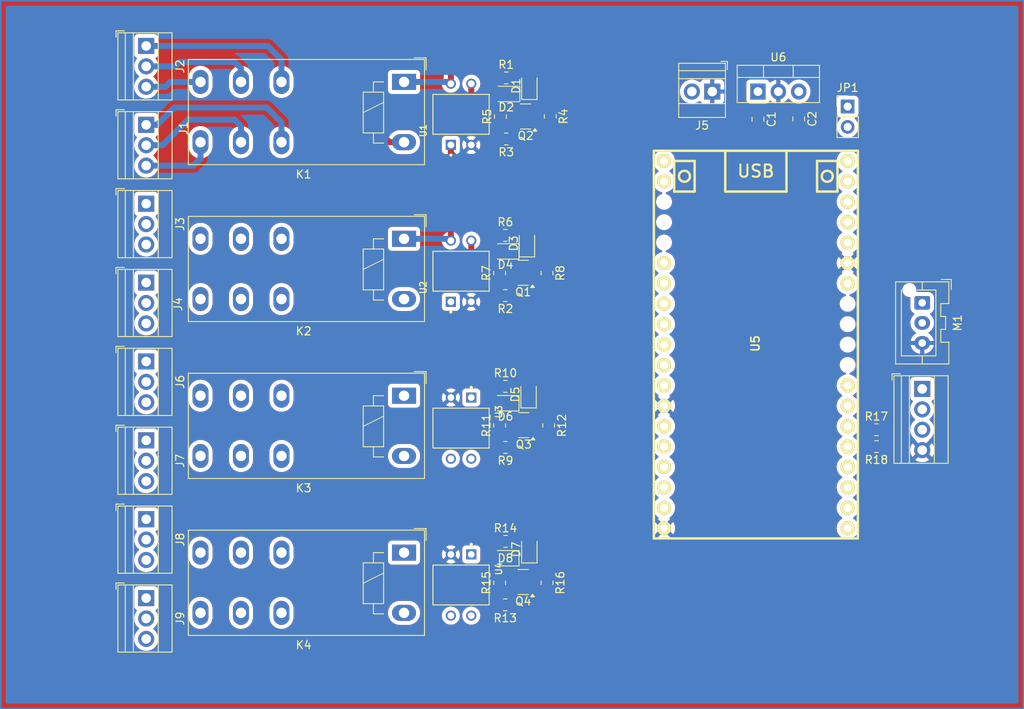
<source format=kicad_pcb>
(kicad_pcb (version 20240108) (generator "pcbnew") (generator_version "8.0")
  (layers (0 "F.Cu" signal) (31 "B.Cu" signal) (34 "B.Paste" user) (35 "F.Paste" user) (36 "B.SilkS" user "B.Silkscreen") (37 "F.SilkS" user "F.Silkscreen") (38 "B.Mask" user) (39 "F.Mask" user) (44 "Edge.Cuts" user))
  (net 0 "")
  (net 1 "VCC")
  (net 2 "GND")
  (net 3 "+5V")
  (net 4 "11")
  (net 5 "Net-(D1-A)")
  (net 6 "Net-(Q1-G)")
  (net 7 "gpio")
  (net 8 "trig")
  (net 9 "echo")
  (net 10 "Net-(D3-K)")
  (net 11 "Net-(D5-K)")
  (net 12 "Net-(D7-K)")
  (net 13 "Net-(J1-Pin_1)")
  (net 14 "Net-(J1-Pin_3)")
  (net 15 "Net-(J3-Pin_1)")
  (net 16 "Net-(J3-Pin_3)")
  (net 17 "Net-(J4-Pin_3)")
  (net 18 "Net-(J4-Pin_1)")
  (net 19 "Net-(J6-Pin_1)")
  (net 20 "22")
  (net 21 "Net-(J6-Pin_3)")
  (net 22 "Net-(Q2-G)")
  (net 23 "Net-(Q3-G)")
  (net 24 "Net-(Q4-G)")
  (net 25 "Net-(R7-Pad2)")
  (net 26 "Net-(J2-Pin_1)")
  (net 27 "Net-(J2-Pin_3)")
  (net 28 "Net-(D1-K)")
  (net 29 "Net-(R15-Pad2)")
  (net 30 "Net-(D3-A)")
  (net 31 "Net-(D5-A)")
  (net 32 "Net-(D7-A)")
  (net 33 "gpio4")
  (net 34 "gpio3")
  (net 35 "gpio2")
  (net 36 "Net-(R3-Pad2)")
  (net 37 "Net-(R2-Pad2)")
  (net 38 "Net-(R11-Pad2)")
  (net 39 "Net-(JP1-B)")
  (net 40 "77")
  (net 41 "66")
  (net 42 "55")
  (net 43 "Net-(J7-Pin_3)")
  (net 44 "Net-(J7-Pin_1)")
  (net 45 "Net-(J8-Pin_3)")
  (net 46 "44")
  (net 47 "Net-(J8-Pin_1)")
  (net 48 "33")
  (net 49 "Net-(J9-Pin_1)")
  (net 50 "Net-(J9-Pin_3)")
  (net 51 "servo")
  (net 52 "Net-(R5-Pad2)")
  (net 53 "Net-(R9-Pad2)")
  (net 54 "Net-(R13-Pad2)")
  (net 55 "Net-(Ultrasonido1-Pin_3)")
  (net 82 "88")
  (footprint "Resistor_SMD:R_0805_2012Metric" (layer "F.Cu") (at 184.7 107.15 -90)
    (property "Reference" "R16" (at 0 -1.65 90) (layer "F.SilkS"))
    (property "Value" "R")
    (pad "1" smd roundrect (at -0.9125 0 270) (size 1.025 1.4) (layers "F.Cu" "F.Paste" "F.Mask") (roundrect_rratio 0.243902) (net 2 "GND"))
    (pad "2" smd roundrect (at 0.9125 0 270) (size 1.025 1.4) (layers "F.Cu" "F.Paste" "F.Mask") (roundrect_rratio 0.243902) (net 24 "Net-(Q4-G)"))
  )
  (footprint "LED_SMD:LED_0805_2012Metric" (layer "F.Cu") (at 182.4 83.7 90)
    (property "Reference" "D5" (at 0 -1.65 270) (layer "F.SilkS"))
    (property "Value" "LED")
    (pad "1" smd roundrect (at -0.9375 0 90) (size 0.975 1.4) (layers "F.Cu" "F.Paste" "F.Mask") (net 11 "Net-(D5-K)"))
    (pad "2" smd roundrect (at 0.9375 0 90) (size 0.975 1.4) (layers "F.Cu" "F.Paste" "F.Mask") (net 31 "Net-(D5-A)"))
  )
  (footprint "PC817-B (1):DIP762W50P254L650H455Q4B" (layer "F.Cu") (at 174 68.365833 90)
    (property "Reference" "U2" (at -2.033645 -4.702765 270) (layer "F.SilkS") (effects (font (size 0.800638 0.800638))))
    (property "Value" "PC817")
    (pad "1" thru_hole rect (at -3.81 -1.27 90) (size 1.26 1.26) (drill 0.84) (layers "*.Cu" "*.Mask") (net 37 "Net-(R2-Pad2)"))
    (pad "2" thru_hole circle (at -3.81 1.27 90) (size 1.26 1.26) (drill 0.84) (layers "*.Cu" "*.Mask") (net 2 "GND"))
    (pad "3" thru_hole circle (at 3.81 1.27 90) (size 1.26 1.26) (drill 0.84) (layers "*.Cu" "*.Mask") (net 25 "Net-(R7-Pad2)"))
    (pad "4" thru_hole circle (at 3.81 -1.27 90) (size 1.26 1.26) (drill 0.84) (layers "*.Cu" "*.Mask") (net 1 "VCC"))
  )
  (footprint "Relay_THT:Relay_DPDT_Schrack-RT2-FormC_RM5mm" (layer "F.Cu") (at 166.9 83.866666 180)
    (property "Reference" "K3" (at 12.5 -11.5 180) (layer "F.SilkS"))
    (property "Value" "RTE2xxxx")
    (pad "11" thru_hole oval (at 20.3 0) (size 2 3) (drill 1.3) (layers "*.Cu" "*.Mask") (net 42 "55"))
    (pad "12" thru_hole oval (at 15.26 0) (size 2 3) (drill 1.3) (layers "*.Cu" "*.Mask") (net 19 "Net-(J6-Pin_1)"))
    (pad "14" thru_hole oval (at 25.34 0) (size 2 3) (drill 1.3) (layers "*.Cu" "*.Mask") (net 21 "Net-(J6-Pin_3)"))
    (pad "21" thru_hole oval (at 20.3 -7.5) (size 2 3) (drill 1.3) (layers "*.Cu" "*.Mask") (net 41 "66"))
    (pad "22" thru_hole oval (at 15.26 -7.5) (size 2 3) (drill 1.3) (layers "*.Cu" "*.Mask") (net 44 "Net-(J7-Pin_1)"))
    (pad "24" thru_hole oval (at 25.34 -7.5) (size 2 3) (drill 1.3) (layers "*.Cu" "*.Mask") (net 43 "Net-(J7-Pin_3)"))
    (pad "A1" thru_hole rect (at 0 0) (size 3 2) (drill 1.3) (layers "*.Cu" "*.Mask") (net 1 "VCC"))
    (pad "A2" thru_hole oval (at 0 -7.5) (size 3 2) (drill 1.3) (layers "*.Cu" "*.Mask") (net 11 "Net-(D5-K)"))
  )
  (footprint "TerminalBlock:TerminalBlock_Xinya_XY308-2.54-3P_1x03_P2.54mm_Horizontal" (layer "F.Cu") (at 134.8 50.14 -90)
    (property "Reference" "J1" (at 0.44 -4.65 90) (layer "F.SilkS"))
    (property "Value" "Screw_Terminal_01x03" (hide yes))
    (pad "1" thru_hole rect (at 0 0 270) (size 2 2) (drill 1.2) (layers "*.Cu" "*.Mask") (net 13 "Net-(J1-Pin_1)"))
    (pad "2" thru_hole circle (at 2.54 0 270) (size 2 2) (drill 1.2) (layers "*.Cu" "*.Mask") (net 20 "22"))
    (pad "3" thru_hole circle (at 5.08 0 270) (size 2 2) (drill 1.2) (layers "*.Cu" "*.Mask") (net 14 "Net-(J1-Pin_3)"))
  )
  (footprint "LED_SMD:LED_0805_2012Metric" (layer "F.Cu") (at 182.5 103 90)
    (property "Reference" "D7" (at 0 -1.65 270) (layer "F.SilkS"))
    (property "Value" "LED")
    (pad "1" smd roundrect (at -0.9375 0 90) (size 0.975 1.4) (layers "F.Cu" "F.Paste" "F.Mask") (net 12 "Net-(D7-K)"))
    (pad "2" smd roundrect (at 0.9375 0 90) (size 0.975 1.4) (layers "F.Cu" "F.Paste" "F.Mask") (net 32 "Net-(D7-A)"))
  )
  (footprint "Connector_JST:JST_XA_B03B-XASK-1-A_1x03_P2.50mm_Vertical" (layer "F.Cu") (at 231.4125 72.3 -90)
    (property "Reference" "M1" (at 2.5 -4.4 90) (layer "F.SilkS"))
    (property "Value" "Motor_Servo")
    (pad "" np_thru_hole circle (at -1.6 1.6 270) (size 1.25 1.25) (drill 1.25) (layers "*.Cu" "*.Mask"))
    (pad "1" thru_hole roundrect (at 0 0 270) (size 1.7 1.95) (drill 0.95) (layers "*.Cu" "*.Mask") (roundrect_rratio 0.147059) (net 51 "servo"))
    (pad "2" thru_hole oval (at 2.5 0 270) (size 1.7 1.95) (drill 0.95) (layers "*.Cu" "*.Mask") (net 3 "+5V"))
    (pad "3" thru_hole oval (at 5 0 270) (size 1.7 1.95) (drill 0.95) (layers "*.Cu" "*.Mask") (net 2 "GND"))
  )
  (footprint "LED_SMD:LED_0805_2012Metric" (layer "F.Cu") (at 182.5 45.3 90)
    (property "Reference" "D1" (at 0 -1.65 270) (layer "F.SilkS"))
    (property "Value" "LED")
    (pad "1" smd roundrect (at -0.9375 0 90) (size 0.975 1.4) (layers "F.Cu" "F.Paste" "F.Mask") (net 28 "Net-(D1-K)"))
    (pad "2" smd roundrect (at 0.9375 0 90) (size 0.975 1.4) (layers "F.Cu" "F.Paste" "F.Mask") (net 5 "Net-(D1-A)"))
  )
  (footprint "Diode_SMD:D_0805_2012Metric" (layer "F.Cu") (at 179.525 104.1 180)
    (property "Reference" "D8" (at 0 0 180) (layer "F.SilkS"))
    (property "Value" "DIODE")
    (pad "1" smd roundrect (at -0.9375 0 180) (size 0.975 1.4) (layers "F.Cu" "F.Paste" "F.Mask") (net 12 "Net-(D7-K)"))
    (pad "2" smd roundrect (at 0.9375 0 180) (size 0.975 1.4) (layers "F.Cu" "F.Paste" "F.Mask") (net 1 "VCC"))
  )
  (footprint "Resistor_SMD:R_0805_2012Metric" (layer "F.Cu") (at 178.8 68.598333 90)
    (property "Reference" "R7" (at 0 -1.65 270) (layer "F.SilkS"))
    (property "Value" "R")
    (pad "1" smd roundrect (at -0.9125 0 90) (size 1.025 1.4) (layers "F.Cu" "F.Paste" "F.Mask") (roundrect_rratio 0.243902) (net 6 "Net-(Q1-G)"))
    (pad "2" smd roundrect (at 0.9125 0 90) (size 1.025 1.4) (layers "F.Cu" "F.Paste" "F.Mask") (roundrect_rratio 0.243902) (net 25 "Net-(R7-Pad2)"))
  )
  (footprint "Resistor_SMD:R_0805_2012Metric" (layer "F.Cu") (at 225.7025 88.1)
    (property "Reference" "R17" (at 0 -1.65 0) (layer "F.SilkS"))
    (property "Value" "1KΩ")
    (pad "1" smd roundrect (at -0.9125 0) (size 1.025 1.4) (layers "F.Cu" "F.Paste" "F.Mask") (roundrect_rratio 0.243902) (net 9 "echo"))
    (pad "2" smd roundrect (at 0.9125 0) (size 1.025 1.4) (layers "F.Cu" "F.Paste" "F.Mask") (roundrect_rratio 0.243902) (net 55 "Net-(Ultrasonido1-Pin_3)"))
  )
  (footprint "Capacitor_SMD:C_0805_2012Metric" (layer "F.Cu") (at 216.04 49.4 -90)
    (property "Reference" "C2" (at 0 -1.68 -90) (layer "F.SilkS"))
    (property "Value" "C")
    (pad "1" smd roundrect (at -0.95 0 270) (size 1 1.45) (layers "F.Cu" "F.Paste" "F.Mask") (net 3 "+5V"))
    (pad "2" smd roundrect (at 0.95 0 270) (size 1 1.45) (layers "F.Cu" "F.Paste" "F.Mask") (net 2 "GND"))
  )
  (footprint "Resistor_SMD:R_0805_2012Metric" (layer "F.Cu") (at 185.1 49.0875 -90)
    (property "Reference" "R4" (at 0 -1.65 90) (layer "F.SilkS"))
    (property "Value" "R")
    (pad "1" smd roundrect (at -0.9125 0 270) (size 1.025 1.4) (layers "F.Cu" "F.Paste" "F.Mask") (roundrect_rratio 0.243902) (net 2 "GND"))
    (pad "2" smd roundrect (at 0.9125 0 270) (size 1.025 1.4) (layers "F.Cu" "F.Paste" "F.Mask") (roundrect_rratio 0.243902) (net 22 "Net-(Q2-G)"))
  )
  (footprint "Connector_PinHeader_2.54mm:PinHeader_1x02_P2.54mm_Vertical" (layer "F.Cu") (at 222.13 47.86)
    (property "Reference" "JP1" (at 0 -2.33 360) (layer "F.SilkS"))
    (property "Value" "Jumper_2_Bridged")
    (pad "1" thru_hole rect (at 0 0) (size 1.7 1.7) (drill 1) (layers "*.Cu" "*.Mask") (net 3 "+5V"))
    (pad "2" thru_hole oval (at 0 2.54) (size 1.7 1.7) (drill 1) (layers "*.Cu" "*.Mask") (net 39 "Net-(JP1-B)"))
  )
  (footprint "Resistor_SMD:R_0805_2012Metric" (layer "F.Cu") (at 184.7 68.598333 -90)
    (property "Reference" "R8" (at 0 -1.65 90) (layer "F.SilkS"))
    (property "Value" "R")
    (pad "1" smd roundrect (at -0.9125 0 270) (size 1.025 1.4) (layers "F.Cu" "F.Paste" "F.Mask") (roundrect_rratio 0.243902) (net 2 "GND"))
    (pad "2" smd roundrect (at 0.9125 0 270) (size 1.025 1.4) (layers "F.Cu" "F.Paste" "F.Mask") (roundrect_rratio 0.243902) (net 6 "Net-(Q1-G)"))
  )
  (footprint "Resistor_SMD:R_0805_2012Metric" (layer "F.Cu") (at 178.8 87.566666 90)
    (property "Reference" "R11" (at 0 -1.65 270) (layer "F.SilkS"))
    (property "Value" "R" (hide yes))
    (pad "1" smd roundrect (at -0.9125 0 90) (size 1.025 1.4) (layers "F.Cu" "F.Paste" "F.Mask") (roundrect_rratio 0.243902) (net 23 "Net-(Q3-G)"))
    (pad "2" smd roundrect (at 0.9125 0 90) (size 1.025 1.4) (layers "F.Cu" "F.Paste" "F.Mask") (roundrect_rratio 0.243902) (net 38 "Net-(R11-Pad2)"))
  )
  (footprint "Relay_THT:Relay_DPDT_Schrack-RT2-FormC_RM5mm" (layer "F.Cu") (at 166.9 103.4 180)
    (property "Reference" "K4" (at 12.5 -11.5 180) (layer "F.SilkS"))
    (property "Value" "RTE2xxxx")
    (pad "11" thru_hole oval (at 20.3 0) (size 2 3) (drill 1.3) (layers "*.Cu" "*.Mask") (net 40 "77"))
    (pad "12" thru_hole oval (at 15.26 0) (size 2 3) (drill 1.3) (layers "*.Cu" "*.Mask") (net 47 "Net-(J8-Pin_1)"))
    (pad "14" thru_hole oval (at 25.34 0) (size 2 3) (drill 1.3) (layers "*.Cu" "*.Mask") (net 45 "Net-(J8-Pin_3)"))
    (pad "21" thru_hole oval (at 20.3 -7.5) (size 2 3) (drill 1.3) (layers "*.Cu" "*.Mask") (net 82 "88"))
    (pad "22" thru_hole oval (at 15.26 -7.5) (size 2 3) (drill 1.3) (layers "*.Cu" "*.Mask") (net 49 "Net-(J9-Pin_1)"))
    (pad "24" thru_hole oval (at 25.34 -7.5) (size 2 3) (drill 1.3) (layers "*.Cu" "*.Mask") (net 50 "Net-(J9-Pin_3)"))
    (pad "A1" thru_hole rect (at 0 0) (size 3 2) (drill 1.3) (layers "*.Cu" "*.Mask") (net 1 "VCC"))
    (pad "A2" thru_hole oval (at 0 -7.5) (size 3 2) (drill 1.3) (layers "*.Cu" "*.Mask") (net 12 "Net-(D7-K)"))
  )
  (footprint "TerminalBlock:TerminalBlock_Xinya_XY308-2.54-3P_1x03_P2.54mm_Horizontal" (layer "F.Cu") (at 134.8 59.96 -90)
    (property "Reference" "J3" (at 2.54 -4.22 90) (layer "F.SilkS"))
    (property "Value" "Screw_Terminal_01x03")
    (pad "1" thru_hole rect (at 0 0 270) (size 2 2) (drill 1.2) (layers "*.Cu" "*.Mask") (net 15 "Net-(J3-Pin_1)"))
    (pad "2" thru_hole circle (at 2.54 0 270) (size 2 2) (drill 1.2) (layers "*.Cu" "*.Mask") (net 48 "33"))
    (pad "3" thru_hole circle (at 5.08 0 270) (size 2 2) (drill 1.2) (layers "*.Cu" "*.Mask") (net 16 "Net-(J3-Pin_3)"))
  )
  (footprint "Capacitor_SMD:C_0805_2012Metric" (layer "F.Cu") (at 210.96 49.45 -90)
    (property "Reference" "C1" (at 0 -1.68 -90) (layer "F.SilkS"))
    (property "Value" "C")
    (pad "1" smd roundrect (at -0.95 0 270) (size 1 1.45) (layers "F.Cu" "F.Paste" "F.Mask") (net 1 "VCC"))
    (pad "2" smd roundrect (at 0.95 0 270) (size 1 1.45) (layers "F.Cu" "F.Paste" "F.Mask") (net 2 "GND"))
  )
  (footprint "TerminalBlock:TerminalBlock_Xinya_XY308-2.54-3P_1x03_P2.54mm_Horizontal" (layer "F.Cu") (at 134.8 109.06 -90)
    (property "Reference" "J9" (at 2.54 -4.22 90) (layer "F.SilkS"))
    (property "Value" "Screw_Terminal_01x03" (hide yes))
    (pad "1" thru_hole rect (at 0 0 270) (size 2 2) (drill 1.2) (layers "*.Cu" "*.Mask") (net 49 "Net-(J9-Pin_1)"))
    (pad "2" thru_hole circle (at 2.54 0 270) (size 2 2) (drill 1.2) (layers "*.Cu" "*.Mask") (net 82 "88"))
    (pad "3" thru_hole circle (at 5.08 0 270) (size 2 2) (drill 1.2) (layers "*.Cu" "*.Mask") (net 50 "Net-(J9-Pin_3)"))
  )
  (footprint "TerminalBlock:TerminalBlock_Xinya_XY308-2.54-2P_1x02_P2.54mm_Horizontal" (layer "F.Cu") (at 205.275 46 180)
    (property "Reference" "J5" (at 1.27 -4.22 180) (layer "F.SilkS"))
    (property "Value" "Screw_Terminal_01x02" (hide yes))
    (pad "1" thru_hole rect (at 0 0 180) (size 2 2) (drill 1.2) (layers "*.Cu" "*.Mask") (net 2 "GND"))
    (pad "2" thru_hole circle (at 2.54 0 180) (size 2 2) (drill 1.2) (layers "*.Cu" "*.Mask") (net 1 "VCC"))
  )
  (footprint "Resistor_SMD:R_0805_2012Metric" (layer "F.Cu") (at 179.6125 44.3)
    (property "Reference" "R1" (at 0 -1.65 0) (layer "F.SilkS"))
    (property "Value" "R")
    (pad "1" smd roundrect (at -0.9125 0) (size 1.025 1.4) (layers "F.Cu" "F.Paste" "F.Mask") (roundrect_rratio 0.243902) (net 1 "VCC"))
    (pad "2" smd roundrect (at 0.9125 0) (size 1.025 1.4) (layers "F.Cu" "F.Paste" "F.Mask") (roundrect_rratio 0.243902) (net 5 "Net-(D1-A)"))
  )
  (footprint "Diode_SMD:D_0805_2012Metric" (layer "F.Cu") (at 179.525 84.8 180)
    (property "Reference" "D6" (at 0 -1.65 180) (layer "F.SilkS"))
    (property "Value" "DIODE")
    (pad "1" smd roundrect (at -0.9375 0 180) (size 0.975 1.4) (layers "F.Cu" "F.Paste" "F.Mask") (net 11 "Net-(D5-K)"))
    (pad "2" smd roundrect (at 0.9375 0 180) (size 0.975 1.4) (layers "F.Cu" "F.Paste" "F.Mask") (net 1 "VCC"))
  )
  (footprint "TerminalBlock:TerminalBlock_Xinya_XY308-2.54-3P_1x03_P2.54mm_Horizontal" (layer "F.Cu") (at 134.8 89.42 -90)
    (property "Reference" "J7" (at 2.54 -4.22 90) (layer "F.SilkS"))
    (property "Value" "Screw_Terminal_01x03")
    (pad "1" thru_hole rect (at 0 0 270) (size 2 2) (drill 1.2) (layers "*.Cu" "*.Mask") (net 44 "Net-(J7-Pin_1)"))
    (pad "2" thru_hole circle (at 2.54 0 270) (size 2 2) (drill 1.2) (layers "*.Cu" "*.Mask") (net 41 "66"))
    (pad "3" thru_hole circle (at 5.08 0 270) (size 2 2) (drill 1.2) (layers "*.Cu" "*.Mask") (net 43 "Net-(J7-Pin_3)"))
  )
  (footprint "PC817-B (1):DIP762W50P254L650H455Q4B" (layer "F.Cu") (at 174 48.8325 90)
    (property "Reference" "U1" (at -2.033645 -4.702765 270) (layer "F.SilkS") (effects (font (size 0.800638 0.800638))))
    (property "Value" "PC817" (hide yes))
    (pad "1" thru_hole rect (at -3.81 -1.27 90) (size 1.26 1.26) (drill 0.84) (layers "*.Cu" "*.Mask") (net 36 "Net-(R3-Pad2)"))
    (pad "2" thru_hole circle (at -3.81 1.27 90) (size 1.26 1.26) (drill 0.84) (layers "*.Cu" "*.Mask") (net 2 "GND"))
    (pad "3" thru_hole circle (at 3.81 1.27 90) (size 1.26 1.26) (drill 0.84) (layers "*.Cu" "*.Mask") (net 52 "Net-(R5-Pad2)"))
    (pad "4" thru_hole circle (at 3.81 -1.27 90) (size 1.26 1.26) (drill 0.84) (layers "*.Cu" "*.Mask") (net 1 "VCC"))
  )
  (footprint "Diode_SMD:D_0805_2012Metric" (layer "F.Cu") (at 179.525 65.9 180)
    (property "Reference" "D4" (at 0 -1.65 180) (layer "F.SilkS"))
    (property "Value" "DIODE")
    (pad "1" smd roundrect (at -0.9375 0 180) (size 0.975 1.4) (layers "F.Cu" "F.Paste" "F.Mask") (net 10 "Net-(D3-K)"))
    (pad "2" smd roundrect (at 0.9375 0 180) (size 0.975 1.4) (layers "F.Cu" "F.Paste" "F.Mask") (net 1 "VCC"))
  )
  (footprint "TerminalBlock:TerminalBlock_Xinya_XY308-2.54-3P_1x03_P2.54mm_Horizontal" (layer "F.Cu") (at 134.8 79.6 -90)
    (property "Reference" "J6" (at 2.54 -4.22 90) (layer "F.SilkS"))
    (property "Value" "Screw_Terminal_01x03")
    (pad "1" thru_hole rect (at 0 0 270) (size 2 2) (drill 1.2) (layers "*.Cu" "*.Mask") (net 19 "Net-(J6-Pin_1)"))
    (pad "2" thru_hole circle (at 2.54 0 270) (size 2 2) (drill 1.2) (layers "*.Cu" "*.Mask") (net 42 "55"))
    (pad "3" thru_hole circle (at 5.08 0 270) (size 2 2) (drill 1.2) (layers "*.Cu" "*.Mask") (net 21 "Net-(J6-Pin_3)"))
  )
  (footprint "Resistor_SMD:R_0805_2012Metric" (layer "F.Cu") (at 184.9 87.566666 -90)
    (property "Reference" "R12" (at 0 -1.65 90) (layer "F.SilkS"))
    (property "Value" "R")
    (pad "1" smd roundrect (at -0.9125 0 270) (size 1.025 1.4) (layers "F.Cu" "F.Paste" "F.Mask") (roundrect_rratio 0.243902) (net 2 "GND"))
    (pad "2" smd roundrect (at 0.9125 0 270) (size 1.025 1.4) (layers "F.Cu" "F.Paste" "F.Mask") (roundrect_rratio 0.243902) (net 23 "Net-(Q3-G)"))
  )
  (footprint "EESTN5:ESP32S" (layer "F.Cu") (at 210.7 77.5 90)
    (property "Reference" "U5" (at 0.127 -0.0635 -90) (layer "F.SilkS") (effects (font (size 1.016 1.016) (thickness 0.2032))))
    (property "Value" "ESP32_DEVKITC" (hide yes))
    (fp_text user "USB" (at 21.59 0 0) (layer "F.SilkS") (effects (font (size 1.524 1.524) (thickness 0.254))))
    (pad "1" thru_hole circle (at -22.86 11.43 90) (size 1.75 1.75) (drill 1) (layers "*.Cu" "*.Mask" "F.SilkS"))
    (pad "2" thru_hole circle (at -20.32 11.43 90) (size 1.75 1.75) (drill 1) (layers "*.Cu" "*.Mask" "F.SilkS"))
    (pad "3" thru_hole circle (at -17.78 11.43 90) (size 1.75 1.75) (drill 1) (layers "*.Cu" "*.Mask" "F.SilkS"))
    (pad "4" thru_hole circle (at -15.24 11.43 90) (size 1.75 1.75) (drill 1) (layers "*.Cu" "*.Mask" "F.SilkS"))
    (pad "5" thru_hole circle (at -12.7 11.43 90) (size 1.75 1.75) (drill 1) (layers "*.Cu" "*.Mask" "F.SilkS") (net 9 "echo"))
    (pad "6" thru_hole circle (at -10.16 11.43 90) (size 1.75 1.75) (drill 1) (layers "*.Cu" "*.Mask" "F.SilkS"))
    (pad "7" thru_hole circle (at -7.62 11.43 90) (size 1.75 1.75) (drill 1) (layers "*.Cu" "*.Mask" "F.SilkS"))
    (pad "8" thru_hole circle (at -5.08 11.43 90) (size 1.75 1.75) (drill 1) (layers "*.Cu" "*.Mask" "F.SilkS"))
    (pad "9" thru_hole circle (at -2.54 11.43 90) (size 0.01 0.01) (drill 1) (layers "*.Cu" "*.Mask" "F.SilkS"))
    (pad "10" thru_hole circle (at 0 11.43 90) (size 0.01 0.01) (drill 1) (layers "*.Cu" "*.Mask" "F.SilkS"))
    (pad "11" thru_hole circle (at 2.54 11.43 90) (size 0.01 0.01) (drill 1) (layers "*.Cu" "*.Mask" "F.SilkS"))
    (pad "12" thru_hole circle (at 5.08 11.43 90) (size 0.01 0.01) (drill 1) (layers "*.Cu" "*.Mask" "F.SilkS"))
    (pad "13" thru_hole circle (at 7.62 11.43 90) (size 1.75 1.75) (drill 1) (layers "*.Cu" "*.Mask" "F.SilkS"))
    (pad "14" thru_hole circle (at 10.16 11.43 90) (size 1.75 1.75) (drill 1) (layers "*.Cu" "*.Mask" "F.SilkS") (net 2 "GND"))
    (pad "15" thru_hole circle (at 12.7 11.43 90) (size 1.75 1.75) (drill 1) (layers "*.Cu" "*.Mask" "F.SilkS"))
    (pad "16" thru_hole circle (at 15.24 11.43 90) (size 1.75 1.75) (drill 1) (layers "*.Cu" "*.Mask" "F.SilkS"))
    (pad "17" thru_hole circle (at 17.78 11.43 90) (size 1.75 1.75) (drill 1) (layers "*.Cu" "*.Mask" "F.SilkS"))
    (pad "18" thru_hole circle (at 20.32 11.43 90) (size 1.75 1.75) (drill 1) (layers "*.Cu" "*.Mask" "F.SilkS"))
    (pad "19" thru_hole circle (at 22.86 11.43 90) (size 1.75 1.75) (drill 1) (layers "*.Cu" "*.Mask" "F.SilkS") (net 39 "Net-(JP1-B)"))
    (pad "20" thru_hole circle (at 22.86 -11.43 270) (size 1.75 1.75) (drill 1) (layers "*.Cu" "*.Mask" "F.SilkS"))
    (pad "21" thru_hole circle (at 20.32 -11.43 270) (size 1.75 1.75) (drill 1) (layers "*.Cu" "*.Mask" "F.SilkS"))
    (pad "23" thru_hole circle (at 15.24 -11.43 270) (size 0.1 0.1) (drill 1) (layers "*.Cu" "*.Mask" "F.SilkS"))
    (pad "24" thru_hole circle (at 12.7 -11.43 270) (size 0.1 0.1) (drill 1) (layers "*.Cu" "*.Mask" "F.SilkS"))
    (pad "25" thru_hole circle (at 10.16 -11.43 270) (size 1.75 1.75) (drill 1) (layers "*.Cu" "*.Mask" "F.SilkS"))
    (pad "26" thru_hole circle (at 7.62 -11.43 270) (size 1.75 1.75) (drill 1) (layers "*.Cu" "*.Mask" "F.SilkS"))
    (pad "27" thru_hole circle (at 5.08 -11.43 270) (size 1.75 1.75) (drill 1) (layers "*.Cu" "*.Mask" "F.SilkS") (net 7 "gpio"))
    (pad "28" thru_hole circle (at 2.54 -11.43 270) (size 1.75 1.75) (drill 1) (layers "*.Cu" "*.Mask" "F.SilkS") (net 35 "gpio2"))
    (pad "29" thru_hole circle (at 0 -11.43 270) (size 1.75 1.75) (drill 1) (layers "*.Cu" "*.Mask" "F.SilkS") (net 34 "gpio3"))
    (pad "30" thru_hole circle (at -2.54 -11.43 270) (size 1.75 1.75) (drill 1) (layers "*.Cu" "*.Mask" "F.SilkS") (net 33 "gpio4"))
    (pad "31" thru_hole circle (at -5.08 -11.43 270) (size 1.75 1.75) (drill 1) (layers "*.Cu" "*.Mask" "F.SilkS") (net 51 "servo"))
    (pad "32" thru_hole circle (at -7.62 -11.43 270) (size 1.75 1.75) (drill 1) (layers "*.Cu" "*.Mask" "F.SilkS") (net 2 "GND"))
    (pad "33" thru_hole circle (at -10.16 -11.43 270) (size 1.75 1.75) (drill 1) (layers "*.Cu" "*.Mask" "F.SilkS") (net 8 "trig"))
    (pad "34" thru_hole circle (at -12.7 -11.43 270) (size 1.75 1.75) (drill 1) (layers "*.Cu" "*.Mask" "F.SilkS"))
    (pad "35" thru_hole circle (at -15.24 -11.43 270) (size 1.75 1.75) (drill 1) (layers "*.Cu" "*.Mask" "F.SilkS"))
    (pad "36" thru_hole circle (at -17.78 -11.43 270) (size 1.75 1.75) (drill 1) (layers "*.Cu" "*.Mask" "F.SilkS"))
    (pad "37" thru_hole circle (at -20.32 -11.43 270) (size 1.75 1.75) (drill 1) (layers "*.Cu" "*.Mask" "F.SilkS"))
    (pad "38" thru_hole circle (at -22.86 -11.43 270) (size 1.75 1.75) (drill 1) (layers "*.Cu" "*.Mask" "F.SilkS") (net 2 "GND"))
    (pad "E" thru_hole circle (at 17.78 -11.43 270) (size 0.01 0.01) (drill 1) (layers "*.Cu" "*.Mask" "F.SilkS"))
  )
  (footprint "LED_SMD:LED_0805_2012Metric" (layer "F.Cu") (at 182.2 64.9 90)
    (property "Reference" "D3" (at 0 -1.65 270) (layer "F.SilkS"))
    (property "Value" "LED")
    (pad "1" smd roundrect (at -0.9375 0 90) (size 0.975 1.4) (layers "F.Cu" "F.Paste" "F.Mask") (net 10 "Net-(D3-K)"))
    (pad "2" smd roundrect (at 0.9375 0 90) (size 0.975 1.4) (layers "F.Cu" "F.Paste" "F.Mask") (net 30 "Net-(D3-A)"))
  )
  (footprint "TerminalBlock:TerminalBlock_Xinya_XY308-2.54-4P_1x04_P2.54mm_Horizontal" (layer "F.Cu") (at 231.4125 83.02 -90)
    (property "Reference" "Ultrasonido1" (hide yes))
    (property "Value" "Screw_Terminal_01x04" (hide yes))
    (pad "1" thru_hole rect (at 0 0 270) (size 2 2) (drill 1.2) (layers "*.Cu" "*.Mask") (net 3 "+5V"))
    (pad "2" thru_hole circle (at 2.54 0 270) (size 2 2) (drill 1.2) (layers "*.Cu" "*.Mask") (net 8 "trig"))
    (pad "3" thru_hole circle (at 5.08 0 270) (size 2 2) (drill 1.2) (layers "*.Cu" "*.Mask") (net 55 "Net-(Ultrasonido1-Pin_3)"))
    (pad "4" thru_hole circle (at 7.62 0 270) (size 2 2) (drill 1.2) (layers "*.Cu" "*.Mask") (net 2 "GND"))
  )
  (footprint "PC817-B (1):DIP762W50P254L650H455Q4B" (layer "F.Cu") (at 174 107.4325 -90)
    (property "Reference" "U4" (at -2.033645 -4.702765 90) (layer "F.SilkS") (effects (font (size 0.800638 0.800638))))
    (property "Value" "PC817")
    (pad "1" thru_hole rect (at -3.81 -1.27 270) (size 1.26 1.26) (drill 0.84) (layers "*.Cu" "*.Mask") (net 54 "Net-(R13-Pad2)"))
    (pad "2" thru_hole circle (at -3.81 1.27 270) (size 1.26 1.26) (drill 0.84) (layers "*.Cu" "*.Mask") (net 2 "GND"))
    (pad "3" thru_hole circle (at 3.81 1.27 270) (size 1.26 1.26) (drill 0.84) (layers "*.Cu" "*.Mask") (net 29 "Net-(R15-Pad2)"))
    (pad "4" thru_hole circle (at 3.81 -1.27 270) (size 1.26 1.26) (drill 0.84) (layers "*.Cu" "*.Mask") (net 1 "VCC"))
  )
  (footprint "Package_TO_SOT_THT:TO-220-3_Vertical" (layer "F.Cu") (at 210.96 46)
    (property "Reference" "U6" (at 2.54 -4.27 0) (layer "F.SilkS"))
    (property "Value" "LM7805_TO220" (hide yes))
    (pad "1" thru_hole rect (at 0 0) (size 1.905 2) (drill 1.1) (layers "*.Cu" "*.Mask") (net 1 "VCC"))
    (pad "2" thru_hole oval (at 2.54 0) (size 1.905 2) (drill 1.1) (layers "*.Cu" "*.Mask") (net 2 "GND"))
    (pad "3" thru_hole oval (at 5.08 0) (size 1.905 2) (drill 1.1) (layers "*.Cu" "*.Mask") (net 3 "+5V"))
  )
  (footprint "Relay_THT:Relay_DPDT_Schrack-RT2-FormC_RM5mm" (layer "F.Cu") (at 166.9 44.8 180)
    (property "Reference" "K1" (at 12.5 -11.5 180) (layer "F.SilkS"))
    (property "Value" "RTE2xxxx" (hide yes))
    (pad "11" thru_hole oval (at 20.3 0) (size 2 3) (drill 1.3) (layers "*.Cu" "*.Mask") (net 4 "11"))
    (pad "12" thru_hole oval (at 15.26 0) (size 2 3) (drill 1.3) (layers "*.Cu" "*.Mask") (net 26 "Net-(J2-Pin_1)"))
    (pad "14" thru_hole oval (at 25.34 0) (size 2 3) (drill 1.3) (layers "*.Cu" "*.Mask") (net 27 "Net-(J2-Pin_3)"))
    (pad "21" thru_hole oval (at 20.3 -7.5) (size 2 3) (drill 1.3) (layers "*.Cu" "*.Mask") (net 20 "22"))
    (pad "22" thru_hole oval (at 15.26 -7.5) (size 2 3) (drill 1.3) (layers "*.Cu" "*.Mask") (net 13 "Net-(J1-Pin_1)"))
    (pad "24" thru_hole oval (at 25.34 -7.5) (size 2 3) (drill 1.3) (layers "*.Cu" "*.Mask") (net 14 "Net-(J1-Pin_3)"))
    (pad "A1" thru_hole rect (at 0 0) (size 3 2) (drill 1.3) (layers "*.Cu" "*.Mask") (net 1 "VCC"))
    (pad "A2" thru_hole oval (at 0 -7.5) (size 3 2) (drill 1.3) (layers "*.Cu" "*.Mask") (net 28 "Net-(D1-K)"))
  )
  (footprint "Resistor_SMD:R_0805_2012Metric" (layer "F.Cu") (at 178.9 49.115 90)
    (property "Reference" "R5" (at 0 -1.65 270) (layer "F.SilkS"))
    (property "Value" "R")
    (pad "1" smd roundrect (at -0.9125 0 90) (size 1.025 1.4) (layers "F.Cu" "F.Paste" "F.Mask") (roundrect_rratio 0.243902) (net 22 "Net-(Q2-G)"))
    (pad "2" smd roundrect (at 0.9125 0 90) (size 1.025 1.4) (layers "F.Cu" "F.Paste" "F.Mask") (roundrect_rratio 0.243902) (net 52 "Net-(R5-Pad2)"))
  )
  (footprint "TerminalBlock:TerminalBlock_Xinya_XY308-2.54-3P_1x03_P2.54mm_Horizontal" (layer "F.Cu") (at 134.8 40.32 -90)
    (property "Reference" "J2" (at 2.54 -4.22 90) (layer "F.SilkS"))
    (property "Value" "Screw_Terminal_01x03" (hide yes))
    (pad "1" thru_hole rect (at 0 0 270) (size 2 2) (drill 1.2) (layers "*.Cu" "*.Mask") (net 26 "Net-(J2-Pin_1)"))
    (pad "2" thru_hole circle (at 2.54 0 270) (size 2 2) (drill 1.2) (layers "*.Cu" "*.Mask") (net 4 "11"))
    (pad "3" thru_hole circle (at 5.08 0 270) (size 2 2) (drill 1.2) (layers "*.Cu" "*.Mask") (net 27 "Net-(J2-Pin_3)"))
  )
  (footprint "Diode_SMD:D_0805_2012Metric" (layer "F.Cu") (at 179.625 46.3 180)
    (property "Reference" "D2" (at 0 -1.65 180) (layer "F.SilkS"))
    (property "Value" "DIODE")
    (pad "1" smd roundrect (at -0.9375 0 180) (size 0.975 1.4) (layers "F.Cu" "F.Paste" "F.Mask") (net 28 "Net-(D1-K)"))
    (pad "2" smd roundrect (at 0.9375 0 180) (size 0.975 1.4) (layers "F.Cu" "F.Paste" "F.Mask") (net 1 "VCC"))
  )
  (footprint "Package_TO_SOT_SMD:SOT-23" (layer "F.Cu") (at 181.8 87.529166 180)
    (property "Reference" "Q3" (at 0 -2.4 180) (layer "F.SilkS"))
    (property "Value" "2N7002")
    (pad "1" smd roundrect (at -0.9375 -0.95 180) (size 1.475 0.6) (layers "F.Cu" "F.Paste" "F.Mask") (net 23 "Net-(Q3-G)"))
    (pad "2" smd roundrect (at -0.9375 0.95 180) (size 1.475 0.6) (layers "F.Cu" "F.Paste" "F.Mask") (net 2 "GND"))
    (pad "3" smd roundrect (at 0.9375 0 180) (size 1.475 0.6) (layers "F.Cu" "F.Paste" "F.Mask") (net 11 "Net-(D5-K)"))
  )
  (footprint "Resistor_SMD:R_0805_2012Metric" (layer "F.Cu") (at 179.525 82.7)
    (property "Reference" "R10" (at 0 -1.65 360) (layer "F.SilkS"))
    (property "Value" "R")
    (pad "1" smd roundrect (at -0.9125 0) (size 1.025 1.4) (layers "F.Cu" "F.Paste" "F.Mask") (roundrect_rratio 0.243902) (net 1 "VCC"))
    (pad "2" smd roundrect (at 0.9125 0) (size 1.025 1.4) (layers "F.Cu" "F.Paste" "F.Mask") (roundrect_rratio 0.243902) (net 31 "Net-(D5-A)"))
  )
  (footprint "Package_TO_SOT_SMD:SOT-23" (layer "F.Cu") (at 181.7375 68.560833 180)
    (property "Reference" "Q1" (at 0 -2.4 180) (layer "F.SilkS"))
    (property "Value" "2N7002")
    (pad "1" smd roundrect (at -0.9375 -0.95 180) (size 1.475 0.6) (layers "F.Cu" "F.Paste" "F.Mask") (net 6 "Net-(Q1-G)"))
    (pad "2" smd roundrect (at -0.9375 0.95 180) (size 1.475 0.6) (layers "F.Cu" "F.Paste" "F.Mask") (net 2 "GND"))
    (pad "3" smd roundrect (at 0.9375 0 180) (size 1.475 0.6) (layers "F.Cu" "F.Paste" "F.Mask") (net 10 "Net-(D3-K)"))
  )
  (footprint "Resistor_SMD:R_0805_2012Metric" (layer "F.Cu") (at 178.8 107.15 90)
    (property "Reference" "R15" (at 0 -1.65 270) (layer "F.SilkS"))
    (property "Value" "R")
    (pad "1" smd roundrect (at -0.9125 0 90) (size 1.025 1.4) (layers "F.Cu" "F.Paste" "F.Mask") (roundrect_rratio 0.243902) (net 24 "Net-(Q4-G)"))
    (pad "2" smd roundrect (at 0.9125 0 90) (size 1.025 1.4) (layers "F.Cu" "F.Paste" "F.Mask") (roundrect_rratio 0.243902) (net 29 "Net-(R15-Pad2)"))
  )
  (footprint "Resistor_SMD:R_0805_2012Metric" (layer "F.Cu") (at 225.7125 90.2 180)
    (property "Reference" "R18" (at 0 -1.65 0) (layer "F.SilkS"))
    (property "Value" "1,5KΩ")
    (pad "1" smd roundrect (at -0.9125 0 180) (size 1.025 1.4) (layers "F.Cu" "F.Paste" "F.Mask") (roundrect_rratio 0.243902) (net 2 "GND"))
    (pad "2" smd roundrect (at 0.9125 0 180) (size 1.025 1.4) (layers "F.Cu" "F.Paste" "F.Mask") (roundrect_rratio 0.243902) (net 9 "echo"))
  )
  (footprint "PC817-B (1):DIP762W50P254L650H455Q4B" (layer "F.Cu") (at 174 87.899166 -90)
    (property "Reference" "U3" (at -2.033645 -4.702765 90) (layer "F.SilkS") (effects (font (size 0.800638 0.800638))))
    (property "Value" "PC817")
    (pad "1" thru_hole rect (at -3.81 -1.27 270) (size 1.26 1.26) (drill 0.84) (layers "*.Cu" "*.Mask") (net 53 "Net-(R9-Pad2)"))
    (pad "2" thru_hole circle (at -3.81 1.27 270) (size 1.26 1.26) (drill 0.84) (layers "*.Cu" "*.Mask") (net 2 "GND"))
    (pad "3" thru_hole circle (at 3.81 1.27 270) (size 1.26 1.26) (drill 0.84) (layers "*.Cu" "*.Mask") (net 38 "Net-(R11-Pad2)"))
    (pad "4" thru_hole circle (at 3.81 -1.27 270) (size 1.26 1.26) (drill 0.84) (layers "*.Cu" "*.Mask") (net 1 "VCC"))
  )
  (footprint "Resistor_SMD:R_0805_2012Metric" (layer "F.Cu") (at 179.625 51.9 180)
    (property "Reference" "R3" (at 0 -1.65 180) (layer "F.SilkS"))
    (property "Value" "R")
    (pad "1" smd roundrect (at -0.9125 0 180) (size 1.025 1.4) (layers "F.Cu" "F.Paste" "F.Mask") (roundrect_rratio 0.243902) (net 7 "gpio"))
    (pad "2" smd roundrect (at 0.9125 0 180) (size 1.025 1.4) (layers "F.Cu" "F.Paste" "F.Mask") (roundrect_rratio 0.243902) (net 36 "Net-(R3-Pad2)"))
  )
  (footprint "Resistor_SMD:R_0805_2012Metric" (layer "F.Cu") (at 179.5125 71.4 180)
    (property "Reference" "R2" (at 0 -1.65 180) (layer "F.SilkS"))
    (property "Value" "R")
    (pad "1" smd roundrect (at -0.9125 0 180) (size 1.025 1.4) (layers "F.Cu" "F.Paste" "F.Mask") (roundrect_rratio 0.243902) (net 35 "gpio2"))
    (pad "2" smd roundrect (at 0.9125 0 180) (size 1.025 1.4) (layers "F.Cu" "F.Paste" "F.Mask") (roundrect_rratio 0.243902) (net 37 "Net-(R2-Pad2)"))
  )
  (footprint "TerminalBlock:TerminalBlock_Xinya_XY308-2.54-3P_1x03_P2.54mm_Horizontal" (layer "F.Cu") (at 134.8 69.78 -90)
    (property "Reference" "J4" (at 2.69 -3.97 90) (layer "F.SilkS"))
    (property "Value" "Screw_Terminal_01x03")
    (pad "1" thru_hole rect (at 0 0 270) (size 2 2) (drill 1.2) (layers "*.Cu" "*.Mask") (net 18 "Net-(J4-Pin_1)"))
    (pad "2" thru_hole circle (at 2.54 0 270) (size 2 2) (drill 1.2) (layers "*.Cu" "*.Mask") (net 46 "44"))
    (pad "3" thru_hole circle (at 5.08 0 270) (size 2 2) (drill 1.2) (layers "*.Cu" "*.Mask") (net 17 "Net-(J4-Pin_3)"))
  )
  (footprint "Resistor_SMD:R_0805_2012Metric" (layer "F.Cu") (at 179.5 109.9 180)
    (property "Reference" "R13" (at 0 -1.65 180) (layer "F.SilkS"))
    (property "Value" "R")
    (pad "1" smd roundrect (at -0.9125 0 180) (size 1.025 1.4) (layers "F.Cu" "F.Paste" "F.Mask") (roundrect_rratio 0.243902) (net 33 "gpio4"))
    (pad "2" smd roundrect (at 0.9125 0 180) (size 1.025 1.4) (layers "F.Cu" "F.Paste" "F.Mask") (roundrect_rratio 0.243902) (net 54 "Net-(R13-Pad2)"))
  )
  (footprint "Package_TO_SOT_SMD:SOT-23" (layer "F.Cu") (at 182.0375 49.1 180)
    (property "Reference" "Q2" (at 0 -2.4 180) (layer "F.SilkS"))
    (property "Value" "2N7002")
    (pad "1" smd roundrect (at -0.9375 -0.95 180) (size 1.475 0.6) (layers "F.Cu" "F.Paste" "F.Mask") (net 22 "Net-(Q2-G)"))
    (pad "2" smd roundrect (at -0.9375 0.95 180) (size 1.475 0.6) (layers "F.Cu" "F.Paste" "F.Mask") (net 2 "GND"))
    (pad "3" smd roundrect (at 0.9375 0 180) (size 1.475 0.6) (layers "F.Cu" "F.Paste" "F.Mask") (net 28 "Net-(D1-K)"))
  )
  (footprint "Resistor_SMD:R_0805_2012Metric" (layer "F.Cu") (at 179.525 102)
    (property "Reference" "R14" (at 0 -1.65 0) (layer "F.SilkS"))
    (property "Value" "R")
    (pad "1" smd roundrect (at -0.9125 0) (size 1.025 1.4) (layers "F.Cu" "F.Paste" "F.Mask") (roundrect_rratio 0.243902) (net 1 "VCC"))
    (pad "2" smd roundrect (at 0.9125 0) (size 1.025 1.4) (layers "F.Cu" "F.Paste" "F.Mask") (roundrect_rratio 0.243902) (net 32 "Net-(D7-A)"))
  )
  (footprint "Package_TO_SOT_SMD:SOT-23" (layer "F.Cu") (at 181.7375 107.0625 180)
    (property "Reference" "Q4" (at 0 -2.4 180) (layer "F.SilkS"))
    (property "Value" "2N7002")
    (pad "1" smd roundrect (at -0.9375 -0.95 180) (size 1.475 0.6) (layers "F.Cu" "F.Paste" "F.Mask") (net 24 "Net-(Q4-G)"))
    (pad "2" smd roundrect (at -0.9375 0.95 180) (size 1.475 0.6) (layers "F.Cu" "F.Paste" "F.Mask") (net 2 "GND"))
    (pad "3" smd roundrect (at 0.9375 0 180) (size 1.475 0.6) (layers "F.Cu" "F.Paste" "F.Mask") (net 12 "Net-(D7-K)"))
  )
  (footprint "TerminalBlock:TerminalBlock_Xinya_XY308-2.54-3P_1x03_P2.54mm_Horizontal" (layer "F.Cu") (at 134.8 99.24 -90)
    (property "Reference" "J8" (at 2.54 -4.22 90) (layer "F.SilkS"))
    (property "Value" "Screw_Terminal_01x03")
    (pad "1" thru_hole rect (at 0 0 270) (size 2 2) (drill 1.2) (layers "*.Cu" "*.Mask") (net 47 "Net-(J8-Pin_1)"))
    (pad "2" thru_hole circle (at 2.54 0 270) (size 2 2) (drill 1.2) (layers "*.Cu" "*.Mask") (net 40 "77"))
    (pad "3" thru_hole circle (at 5.08 0 270) (size 2 2) (drill 1.2) (layers "*.Cu" "*.Mask") (net 45 "Net-(J8-Pin_3)"))
  )
  (footprint "Resistor_SMD:R_0805_2012Metric" (layer "F.Cu") (at 179.525 90.3 180)
    (property "Reference" "R9" (at 0 -1.65 180) (layer "F.SilkS"))
    (property "Value" "R")
    (pad "1" smd roundrect (at -0.9125 0 180) (size 1.025 1.4) (layers "F.Cu" "F.Paste" "F.Mask") (roundrect_rratio 0.243902) (net 34 "gpio3"))
    (pad "2" smd roundrect (at 0.9125 0 180) (size 1.025 1.4) (layers "F.Cu" "F.Paste" "F.Mask") (roundrect_rratio 0.243902) (net 53 "Net-(R9-Pad2)"))
  )
  (footprint "Relay_THT:Relay_DPDT_Schrack-RT2-FormC_RM5mm" (layer "F.Cu") (at 166.9 64.333333 180)
    (property "Reference" "K2" (at 12.5 -11.5 180) (layer "F.SilkS"))
    (property "Value" "RTE2xxxx")
    (pad "11" thru_hole oval (at 20.3 0) (size 2 3) (drill 1.3) (layers "*.Cu" "*.Mask") (net 48 "33"))
    (pad "12" thru_hole oval (at 15.26 0) (size 2 3) (drill 1.3) (layers "*.Cu" "*.Mask") (net 15 "Net-(J3-Pin_1)"))
    (pad "14" thru_hole oval (at 25.34 0) (size 2 3) (drill 1.3) (layers "*.Cu" "*.Mask") (net 16 "Net-(J3-Pin_3)"))
    (pad "21" thru_hole oval (at 20.3 -7.5) (size 2 3) (drill 1.3) (layers "*.Cu" "*.Mask") (net 46 "44"))
    (pad "22" thru_hole oval (at 15.26 -7.5) (size 2 3) (drill 1.3) (layers "*.Cu" "*.Mask") (net 18 "Net-(J4-Pin_1)"))
    (pad "24" thru_hole oval (at 25.34 -7.5) (size 2 3) (drill 1.3) (layers "*.Cu" "*.Mask") (net 17 "Net-(J4-Pin_3)"))
    (pad "A1" thru_hole rect (at 0 0) (size 3 2) (drill 1.3) (layers "*.Cu" "*.Mask") (net 1 "VCC"))
    (pad "A2" thru_hole oval (at 0 -7.5) (size 3 2) (drill 1.3) (layers "*.Cu" "*.Mask") (net 10 "Net-(D3-K)"))
  )
  (footprint "Resistor_SMD:R_0805_2012Metric" (layer "F.Cu") (at 179.5125 63.9)
    (property "Reference" "R6" (at 0 -1.65 360) (layer "F.SilkS"))
    (property "Value" "R")
    (pad "1" smd roundrect (at -0.9125 0) (size 1.025 1.4) (layers "F.Cu" "F.Paste" "F.Mask") (roundrect_rratio 0.243902) (net 1 "VCC"))
    (pad "2" smd roundrect (at 0.9125 0) (size 1.025 1.4) (layers "F.Cu" "F.Paste" "F.Mask") (roundrect_rratio 0.243902) (net 30 "Net-(D3-A)"))
  )
  (gr_rect (start 116.7 34.7) (end 244 122.8) (stroke (width 0.2)) (fill none) (layer "B.Cu"))
  (segment (start 172.73 63.27) (end 172.73 64.555833) (width 0.75) (layer "F.Cu") (net 1))
  (segment (start 178.7 46.2875) (end 178.6875 46.3) (width 0.75) (layer "F.Cu") (net 1))
  (segment (start 178.6 63.4) (end 177.7 62.5) (width 0.75) (layer "F.Cu") (net 1))
  (segment (start 178.6 65.8875) (end 178.5875 65.9) (width 0.75) (layer "F.Cu") (net 1))
  (segment (start 178.7 44.3) (end 178.7 46.2875) (width 0.75) (layer "F.Cu") (net 1))
  (segment (start 173.5 62.5) (end 172.73 63.27) (width 0.75) (layer "F.Cu") (net 1))
  (segment (start 177.9 42.7) (end 173.3 42.7) (width 0.75) (layer "F.Cu") (net 1))
  (segment (start 172.73 43.27) (end 172.73 45.0225) (width 0.75) (layer "F.Cu") (net 1))
  (segment (start 173.3 42.7) (end 172.73 43.27) (width 0.75) (layer "F.Cu") (net 1))
  (segment (start 177.7 62.5) (end 173.5 62.5) (width 0.75) (layer "F.Cu") (net 1))
  (segment (start 178.6 63.9) (end 178.6 65.8875) (width 0.75) (layer "F.Cu") (net 1))
  (segment (start 178.7 44.3) (end 178.7 43.5) (width 0.75) (layer "F.Cu") (net 1))
  (segment (start 178.6 63.9) (end 178.6 63.4) (width 0.75) (layer "F.Cu") (net 1))
  (segment (start 178.7 43.5) (end 177.9 42.7) (width 0.75) (layer "F.Cu") (net 1))
  (segment (start 166.9 64.333333) (end 172.5075 64.333333) (width 0.75) (layer "B.Cu") (net 1))
  (segment (start 166.9 44.8) (end 172.5075 44.8) (width 0.75) (layer "B.Cu") (net 1))
  (segment (start 172.5075 44.8) (end 172.73 45.0225) (width 0.75) (layer "B.Cu") (net 1))
  (segment (start 172.5075 64.333333) (end 172.73 64.555833) (width 0.75) (layer "B.Cu") (net 1))
  (segment (start 134.8 42.86) (end 138.44 42.86) (width 0.75) (layer "B.Cu") (net 4))
  (segment (start 138.44 42.86) (end 139 42.3) (width 0.75) (layer "B.Cu") (net 4))
  (segment (start 139 42.3) (end 145.8 42.3) (width 0.75) (layer "B.Cu") (net 4))
  (segment (start 146.6 43.1) (end 146.6 44.8) (width 0.75) (layer "B.Cu") (net 4))
  (segment (start 145.8 42.3) (end 146.6 43.1) (width 0.75) (layer "B.Cu") (net 4))
  (segment (start 180.525 44.3) (end 182.4375 44.3) (width 0.75) (layer "F.Cu") (net 5))
  (segment (start 182.4375 44.3) (end 182.5 44.3625) (width 0.75) (layer "F.Cu") (net 5))
  (segment (start 149.8 48) (end 151.64 49.84) (width 0.75) (layer "B.Cu") (net 13))
  (segment (start 151.64 49.84) (end 151.64 52.3) (width 0.75) (layer "B.Cu") (net 13))
  (segment (start 138.3 48) (end 149.8 48) (width 0.75) (layer "B.Cu") (net 13))
  (segment (start 136.16 50.14) (end 138.3 48) (width 0.75) (layer "B.Cu") (net 13))
  (segment (start 134.8 50.14) (end 136.16 50.14) (width 0.75) (layer "B.Cu") (net 13))
  (segment (start 134.8 55.22) (end 140.68 55.22) (width 0.75) (layer "B.Cu") (net 14))
  (segment (start 140.68 55.22) (end 141.56 54.34) (width 0.75) (layer "B.Cu") (net 14))
  (segment (start 141.56 54.34) (end 141.56 52.3) (width 0.75) (layer "B.Cu") (net 14))
  (segment (start 134.8 52.68) (end 136.82 52.68) (width 0.75) (layer "B.Cu") (net 20))
  (segment (start 136.82 52.68) (end 140 49.5) (width 0.75) (layer "B.Cu") (net 20))
  (segment (start 140 49.5) (end 145.8 49.5) (width 0.75) (layer "B.Cu") (net 20))
  (segment (start 146.6 50.3) (end 146.6 52.3) (width 0.75) (layer "B.Cu") (net 20))
  (segment (start 145.8 49.5) (end 146.6 50.3) (width 0.75) (layer "B.Cu") (net 20))
  (segment (start 182.975 50.05) (end 178.9225 50.05) (width 0.75) (layer "F.Cu") (net 22))
  (segment (start 182.975 50.05) (end 185.05 50.05) (width 0.75) (layer "F.Cu") (net 22))
  (segment (start 178.9225 50.05) (end 178.9 50.0275) (width 0.75) (layer "F.Cu") (net 22))
  (segment (start 185.05 50.05) (end 185.1 50) (width 0.75) (layer "F.Cu") (net 22))
  (segment (start 175.27 66.67) (end 175.27 64.555833) (width 0.75) (layer "F.Cu") (net 25))
  (segment (start 178.8 67.685833) (end 176.285833 67.685833) (width 0.75) (layer "F.Cu") (net 25))
  (segment (start 176.285833 67.685833) (end 175.27 66.67) (width 0.75) (layer "F.Cu") (net 25))
  (segment (start 134.8 40.32) (end 149.92 40.32) (width 0.75) (layer "B.Cu") (net 26))
  (segment (start 151.64 42.04) (end 151.64 44.8) (width 0.75) (layer "B.Cu") (net 26))
  (segment (start 149.92 40.32) (end 151.64 42.04) (width 0.75) (layer "B.Cu") (net 26))
  (segment (start 137.2 45.4) (end 137.8 44.8) (width 0.75) (layer "B.Cu") (net 27))
  (segment (start 137.8 44.8) (end 141.56 44.8) (width 0.75) (layer "B.Cu") (net 27))
  (segment (start 134.8 45.4) (end 137.2 45.4) (width 0.75) (layer "B.Cu") (net 27))
  (segment (start 184.9 45.2) (end 184.9 42) (width 0.75) (layer "F.Cu") (net 28))
  (segment (start 183.9 41) (end 166.1 41) (width 0.75) (layer "F.Cu") (net 28))
  (segment (start 180.5625 47.2625) (end 181.1 47.8) (width 0.75) (layer "F.Cu") (net 28))
  (segment (start 180.5625 46.3) (end 180.5625 47.2625) (width 0.75) (layer "F.Cu") (net 28))
  (segment (start 181.1 47.8) (end 181.1 49.1) (width 0.75) (layer "F.Cu") (net 28))
  (segment (start 183.8625 46.2375) (end 184.9 45.2) (width 0.75) (layer "F.Cu") (net 28))
  (segment (start 182.5 46.2375) (end 183.8625 46.2375) (width 0.75) (layer "F.Cu") (net 28))
  (segment (start 164 43.1) (end 164 51.2) (width 0.75) (layer "F.Cu") (net 28))
  (segment (start 184.9 42) (end 183.9 41) (width 0.75) (layer "F.Cu") (net 28))
  (segment (start 165.1 52.3) (end 166.9 52.3) (width 0.75) (layer "F.Cu") (net 28))
  (segment (start 166.1 41) (end 164 43.1) (width 0.75) (layer "F.Cu") (net 28))
  (segment (start 180.5625 46.3) (end 182.4375 46.3) (width 0.75) (layer "F.Cu") (net 28))
  (segment (start 182.4375 46.3) (end 182.5 46.2375) (width 0.75) (layer "F.Cu") (net 28))
  (segment (start 164 51.2) (end 165.1 52.3) (width 0.75) (layer "F.Cu") (net 28))
  (segment (start 173.6 54.5) (end 172.73 53.63) (width 0.75) (layer "F.Cu") (net 36))
  (segment (start 177.6 54.5) (end 173.6 54.5) (width 0.75) (layer "F.Cu") (net 36))
  (segment (start 178.7125 53.3875) (end 177.6 54.5) (width 0.75) (layer "F.Cu") (net 36))
  (segment (start 172.73 53.63) (end 172.73 52.6425) (width 0.75) (layer "F.Cu") (net 36))
  (segment (start 178.7125 51.9) (end 178.7125 53.3875) (width 0.75) (layer "F.Cu") (net 36))
  (segment (start 175.27 46.77) (end 175.27 45.0225) (width 0.75) (layer "F.Cu") (net 52))
  (segment (start 176.7025 48.2025) (end 175.27 46.77) (width 0.75) (layer "F.Cu") (net 52))
  (segment (start 178.9 48.2025) (end 176.7025 48.2025) (width 0.75) (layer "F.Cu") (net 52))
  (zone (net 2) (net_name "GND") (layer "F.Cu") (priority 1) (connect_pads (clearance 0.5)) (min_thickness 0.25) (fill yes (thermal_gap 0.5) (thermal_bridge_width 0.5))
    (polygon (pts (xy 116.7 34.7) (xy 244 34.7) (xy 244 122.8) (xy 116.7 122.8)))
  )
  (zone (net 2) (net_name "GND") (layer "B.Cu") (connect_pads (clearance 0.5)) (min_thickness 0.25) (fill yes (thermal_gap 0.5) (thermal_bridge_width 0.5))
    (polygon (pts (xy 116.7 34.7) (xy 244 34.7) (xy 244 122.8) (xy 116.7 122.8)))
  )
)
</source>
